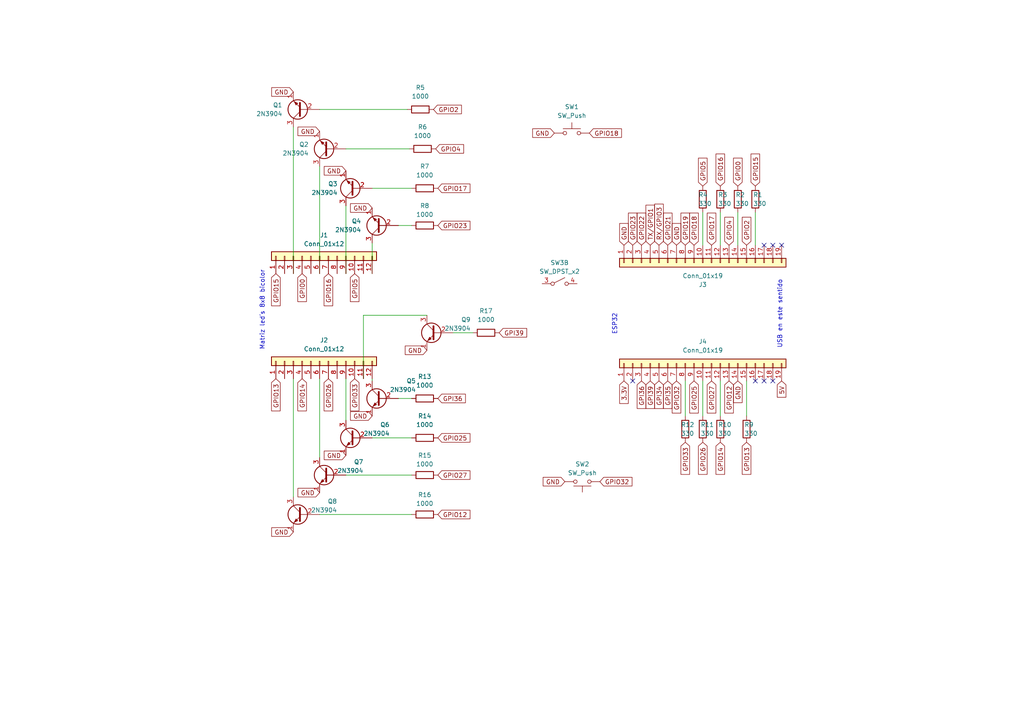
<source format=kicad_sch>
(kicad_sch (version 20231120) (generator "eeschema") (generator_version "8.0")
  (paper "A4")
  (lib_symbols
    (symbol "Connector_Generic:Conn_01x12" (pin_names (offset 1.016) hide)
      (property "Reference" "J" (at 0 15.24 0))
      (property "Value" "Conn_01x12" (at 0 -17.78 0))
      (symbol "Conn_01x12_1_1"
        (rectangle (start -1.27 -15.113) (end 0 -15.367) (stroke (width 0.1524)))
        (rectangle (start -1.27 -12.573) (end 0 -12.827) (stroke (width 0.1524)))
        (rectangle (start -1.27 -10.033) (end 0 -10.287) (stroke (width 0.1524)))
        (rectangle (start -1.27 -7.493) (end 0 -7.747) (stroke (width 0.1524)))
        (rectangle (start -1.27 -4.953) (end 0 -5.207) (stroke (width 0.1524)))
        (rectangle (start -1.27 -2.413) (end 0 -2.667) (stroke (width 0.1524)))
        (rectangle (start -1.27 0.127) (end 0 -0.127) (stroke (width 0.1524)))
        (rectangle (start -1.27 2.667) (end 0 2.413) (stroke (width 0.1524)))
        (rectangle (start -1.27 5.207) (end 0 4.953) (stroke (width 0.1524)))
        (rectangle (start -1.27 7.747) (end 0 7.493) (stroke (width 0.1524)))
        (rectangle (start -1.27 10.287) (end 0 10.033) (stroke (width 0.1524)))
        (rectangle (start -1.27 12.827) (end 0 12.573) (stroke (width 0.1524)))
        (rectangle (start -1.27 13.97) (end 1.27 -16.51) (stroke (width 0.254)) (fill (type background)))
        (pin passive line (at -5.08 12.7 0) (length 3.81) (name "Pin_1") (number "1"))
        (pin passive line (at -5.08 -10.16 0) (length 3.81) (name "Pin_10") (number "10"))
        (pin passive line (at -5.08 -12.7 0) (length 3.81) (name "Pin_11") (number "11"))
        (pin passive line (at -5.08 -15.24 0) (length 3.81) (name "Pin_12") (number "12"))
        (pin passive line (at -5.08 10.16 0) (length 3.81) (name "Pin_2") (number "2"))
        (pin passive line (at -5.08 7.62 0) (length 3.81) (name "Pin_3") (number "3"))
        (pin passive line (at -5.08 5.08 0) (length 3.81) (name "Pin_4") (number "4"))
        (pin passive line (at -5.08 2.54 0) (length 3.81) (name "Pin_5") (number "5"))
        (pin passive line (at -5.08 0 0) (length 3.81) (name "Pin_6") (number "6"))
        (pin passive line (at -5.08 -2.54 0) (length 3.81) (name "Pin_7") (number "7"))
        (pin passive line (at -5.08 -5.08 0) (length 3.81) (name "Pin_8") (number "8"))
        (pin passive line (at -5.08 -7.62 0) (length 3.81) (name "Pin_9") (number "9"))
      )
    )
    (symbol "Connector_Generic:Conn_01x19" (pin_names (offset 1.016) hide)
      (property "Reference" "J" (at 0 25.4 0))
      (property "Value" "Conn_01x19" (at 0 -25.4 0))
      (symbol "Conn_01x19_1_1"
        (rectangle (start -1.27 -22.733) (end 0 -22.987) (stroke (width 0.1524)))
        (rectangle (start -1.27 -20.193) (end 0 -20.447) (stroke (width 0.1524)))
        (rectangle (start -1.27 -17.653) (end 0 -17.907) (stroke (width 0.1524)))
        (rectangle (start -1.27 -15.113) (end 0 -15.367) (stroke (width 0.1524)))
        (rectangle (start -1.27 -12.573) (end 0 -12.827) (stroke (width 0.1524)))
        (rectangle (start -1.27 -10.033) (end 0 -10.287) (stroke (width 0.1524)))
        (rectangle (start -1.27 -7.493) (end 0 -7.747) (stroke (width 0.1524)))
        (rectangle (start -1.27 -4.953) (end 0 -5.207) (stroke (width 0.1524)))
        (rectangle (start -1.27 -2.413) (end 0 -2.667) (stroke (width 0.1524)))
        (rectangle (start -1.27 0.127) (end 0 -0.127) (stroke (width 0.1524)))
        (rectangle (start -1.27 2.667) (end 0 2.413) (stroke (width 0.1524)))
        (rectangle (start -1.27 5.207) (end 0 4.953) (stroke (width 0.1524)))
        (rectangle (start -1.27 7.747) (end 0 7.493) (stroke (width 0.1524)))
        (rectangle (start -1.27 10.287) (end 0 10.033) (stroke (width 0.1524)))
        (rectangle (start -1.27 12.827) (end 0 12.573) (stroke (width 0.1524)))
        (rectangle (start -1.27 15.367) (end 0 15.113) (stroke (width 0.1524)))
        (rectangle (start -1.27 17.907) (end 0 17.653) (stroke (width 0.1524)))
        (rectangle (start -1.27 20.447) (end 0 20.193) (stroke (width 0.1524)))
        (rectangle (start -1.27 22.987) (end 0 22.733) (stroke (width 0.1524)))
        (rectangle (start -1.27 24.13) (end 1.27 -24.13) (stroke (width 0.254)) (fill (type background)))
        (pin passive line (at -5.08 22.86 0) (length 3.81) (name "Pin_1") (number "1"))
        (pin passive line (at -5.08 0 0) (length 3.81) (name "Pin_10") (number "10"))
        (pin passive line (at -5.08 -2.54 0) (length 3.81) (name "Pin_11") (number "11"))
        (pin passive line (at -5.08 -5.08 0) (length 3.81) (name "Pin_12") (number "12"))
        (pin passive line (at -5.08 -7.62 0) (length 3.81) (name "Pin_13") (number "13"))
        (pin passive line (at -5.08 -10.16 0) (length 3.81) (name "Pin_14") (number "14"))
        (pin passive line (at -5.08 -12.7 0) (length 3.81) (name "Pin_15") (number "15"))
        (pin passive line (at -5.08 -15.24 0) (length 3.81) (name "Pin_16") (number "16"))
        (pin passive line (at -5.08 -17.78 0) (length 3.81) (name "Pin_17") (number "17"))
        (pin passive line (at -5.08 -20.32 0) (length 3.81) (name "Pin_18") (number "18"))
        (pin passive line (at -5.08 -22.86 0) (length 3.81) (name "Pin_19") (number "19"))
        (pin passive line (at -5.08 20.32 0) (length 3.81) (name "Pin_2") (number "2"))
        (pin passive line (at -5.08 17.78 0) (length 3.81) (name "Pin_3") (number "3"))
        (pin passive line (at -5.08 15.24 0) (length 3.81) (name "Pin_4") (number "4"))
        (pin passive line (at -5.08 12.7 0) (length 3.81) (name "Pin_5") (number "5"))
        (pin passive line (at -5.08 10.16 0) (length 3.81) (name "Pin_6") (number "6"))
        (pin passive line (at -5.08 7.62 0) (length 3.81) (name "Pin_7") (number "7"))
        (pin passive line (at -5.08 5.08 0) (length 3.81) (name "Pin_8") (number "8"))
        (pin passive line (at -5.08 2.54 0) (length 3.81) (name "Pin_9") (number "9"))
      )
    )
    (symbol "Device:R" (pin_numbers hide) (pin_names (offset 0))
      (property "Reference" "R" (at 2.032 0 90))
      (property "Value" "R" (at 0 0 90))
      (symbol "R_0_1"
        (rectangle (start -1.016 -2.54) (end 1.016 2.54) (stroke (width 0.254)))
      )
      (symbol "R_1_1"
        (pin passive line (at 0 3.81 270) (length 1.27) (name "~") (number "1"))
        (pin passive line (at 0 -3.81 90) (length 1.27) (name "~") (number "2"))
      )
    )
    (symbol "Switch:SW_DPST_x2" (pin_names (offset 0) hide)
      (property "Reference" "SW" (at 0 3.175 0))
      (property "Value" "SW_DPST_x2" (at 0 -2.54 0))
      (symbol "SW_DPST_x2_0_0"
        (circle (center -2.032 0) (radius 0.508))
        (polyline (pts (xy -1.524 0.254) (xy 1.524 1.778)))
        (circle (center 2.032 0) (radius 0.508))
      )
      (symbol "SW_DPST_x2_1_1"
        (pin passive line (at -5.08 0 0) (length 2.54) (name "A") (number "1"))
        (pin passive line (at 5.08 0 180) (length 2.54) (name "B") (number "2"))
      )
      (symbol "SW_DPST_x2_2_1"
        (pin passive line (at -5.08 0 0) (length 2.54) (name "A") (number "3"))
        (pin passive line (at 5.08 0 180) (length 2.54) (name "B") (number "4"))
      )
    )
    (symbol "Switch:SW_Push" (pin_numbers hide) (pin_names (offset 1.016) hide)
      (property "Reference" "SW" (at 1.27 2.54 0))
      (property "Value" "SW_Push" (at 0 -1.524 0))
      (symbol "SW_Push_0_1"
        (circle (center -2.032 0) (radius 0.508))
        (polyline (pts (xy 0 1.27) (xy 0 3.048)))
        (polyline (pts (xy 2.54 1.27) (xy -2.54 1.27)))
        (circle (center 2.032 0) (radius 0.508))
        (pin passive line (at -5.08 0 0) (length 2.54) (name "1") (number "1"))
        (pin passive line (at 5.08 0 180) (length 2.54) (name "2") (number "2"))
      )
    )
    (symbol "Transistor_BJT:2N3904" (pin_names (offset 0) hide)
      (property "Reference" "Q" (at 5.08 1.905 0))
      (property "Value" "2N3904" (at 5.08 0 0))
      (symbol "2N3904_0_1"
        (polyline (pts (xy 0.635 0.635) (xy 2.54 2.54)))
        (polyline (pts (xy 0.635 -0.635) (xy 2.54 -2.54) (xy 2.54 -2.54)))
        (polyline (pts (xy 0.635 1.905) (xy 0.635 -1.905) (xy 0.635 -1.905)) (stroke (width 0.508)))
        (polyline (pts (xy 1.27 -1.778) (xy 1.778 -1.27) (xy 2.286 -2.286) (xy 1.27 -1.778) (xy 1.27 -1.778)) (fill (type outline)))
        (circle (center 1.27 0) (radius 2.8194) (stroke (width 0.254)))
      )
      (symbol "2N3904_1_1"
        (pin passive line (at 2.54 -5.08 90) (length 2.54) (name "E") (number "1"))
        (pin passive line (at -5.08 0 0) (length 5.715) (name "B") (number "2"))
        (pin passive line (at 2.54 5.08 270) (length 2.54) (name "C") (number "3"))
      )
    )
  )
  (no_connect (at 226.695 71.12))
  (no_connect (at 224.155 71.12))
  (no_connect (at 224.155 110.49))
  (no_connect (at 183.515 110.49))
  (no_connect (at 221.615 110.49))
  (no_connect (at 221.615 71.12))
  (no_connect (at 219.075 110.49))
  (wire (pts (xy 92.71 149.225) (xy 119.38 149.225)))
  (wire (pts (xy 107.95 109.855) (xy 107.95 110.49)))
  (wire (pts (xy 208.915 110.49) (xy 208.915 120.65)))
  (wire (pts (xy 92.71 132.715) (xy 92.71 109.855)))
  (wire (pts (xy 92.71 48.26) (xy 92.71 79.375)))
  (wire (pts (xy 107.95 70.485) (xy 107.95 79.375)))
  (wire (pts (xy 198.755 110.49) (xy 198.755 120.65)))
  (wire (pts (xy 100.33 137.795) (xy 119.38 137.795)))
  (wire (pts (xy 203.835 110.49) (xy 203.835 120.65)))
  (wire (pts (xy 131.445 96.52) (xy 137.16 96.52)))
  (wire (pts (xy 203.835 61.595) (xy 203.835 71.12)))
  (wire (pts (xy 216.535 110.49) (xy 216.535 120.65)))
  (wire (pts (xy 100.33 59.69) (xy 100.33 79.375)))
  (wire (pts (xy 115.57 115.57) (xy 119.38 115.57)))
  (wire (pts (xy 213.995 61.595) (xy 213.995 71.12)))
  (wire (pts (xy 100.33 109.855) (xy 100.33 121.92)))
  (wire (pts (xy 123.825 91.44) (xy 105.41 91.44)))
  (wire (pts (xy 208.915 61.595) (xy 208.915 71.12)))
  (wire (pts (xy 85.09 109.855) (xy 85.09 144.145)))
  (wire (pts (xy 219.075 61.595) (xy 219.075 71.12)))
  (wire (pts (xy 115.57 65.405) (xy 119.38 65.405)))
  (wire (pts (xy 105.41 91.44) (xy 105.41 109.855)))
  (wire (pts (xy 107.95 54.61) (xy 119.38 54.61)))
  (wire (pts (xy 92.71 31.75) (xy 118.11 31.75)))
  (wire (pts (xy 100.33 43.18) (xy 118.745 43.18)))
  (wire (pts (xy 85.09 79.375) (xy 85.09 36.83)))
  (wire (pts (xy 107.95 127) (xy 119.38 127)))
  (text "USB en este sentido" (at 226.949 101.092 90) (effects (font (size 1.27 1.27)) (justify left bottom)))
  (text "ESP32" (at 179.07 97.155 90) (effects (font (size 1.27 1.27)) (justify left bottom)))
  (text "Matriz led´s 8x8 bicolor" (at 76.835 101.6 90) (effects (font (size 1.27 1.27)) (justify left bottom)))
  (global_label "GPIO15" (shape input) (at 80.01 79.375 270) (property "Intersheetrefs" "${INTERSHEET_REFS}" (effects (hide yes))))
  (global_label "GND" (shape input) (at 85.09 26.67 180) (property "Intersheetrefs" "${INTERSHEET_REFS}" (effects (hide yes))))
  (global_label "GND" (shape input) (at 100.33 49.53 180) (property "Intersheetrefs" "${INTERSHEET_REFS}" (effects (hide yes))))
  (global_label "GND" (shape input) (at 100.33 132.08 180) (property "Intersheetrefs" "${INTERSHEET_REFS}" (effects (hide yes))))
  (global_label "GPI35" (shape input) (at 193.675 110.49 270) (property "Intersheetrefs" "${INTERSHEET_REFS}" (effects (hide yes))))
  (global_label "GPIO32" (shape input) (at 173.99 139.7 0) (property "Intersheetrefs" "${INTERSHEET_REFS}" (effects (hide yes))))
  (global_label "GPIO14" (shape input) (at 87.63 109.855 270) (property "Intersheetrefs" "${INTERSHEET_REFS}" (effects (hide yes))))
  (global_label "5V" (shape input) (at 226.695 110.49 270) (property "Intersheetrefs" "${INTERSHEET_REFS}" (effects (hide yes))))
  (global_label "GPIO4" (shape input) (at 126.365 43.18 0) (property "Intersheetrefs" "${INTERSHEET_REFS}" (effects (hide yes))))
  (global_label "GND" (shape input) (at 107.95 60.325 180) (property "Intersheetrefs" "${INTERSHEET_REFS}" (effects (hide yes))))
  (global_label "GPI34" (shape input) (at 191.135 110.49 270) (property "Intersheetrefs" "${INTERSHEET_REFS}" (effects (hide yes))))
  (global_label "GPIO27" (shape input) (at 127 137.795 0) (property "Intersheetrefs" "${INTERSHEET_REFS}" (effects (hide yes))))
  (global_label "GPIO25" (shape input) (at 201.295 110.49 270) (property "Intersheetrefs" "${INTERSHEET_REFS}" (effects (hide yes))))
  (global_label "GPIO5" (shape input) (at 102.87 79.375 270) (property "Intersheetrefs" "${INTERSHEET_REFS}" (effects (hide yes))))
  (global_label "GPIO23" (shape input) (at 183.515 71.12 90) (property "Intersheetrefs" "${INTERSHEET_REFS}" (effects (hide yes))))
  (global_label "GPIO12" (shape input) (at 127 149.225 0) (property "Intersheetrefs" "${INTERSHEET_REFS}" (effects (hide yes))))
  (global_label "GPI39" (shape input) (at 144.78 96.52 0) (property "Intersheetrefs" "${INTERSHEET_REFS}" (effects (hide yes))))
  (global_label "RX{slash}GPIO3" (shape input) (at 191.135 71.12 90) (property "Intersheetrefs" "${INTERSHEET_REFS}" (effects (hide yes))))
  (global_label "GPIO21" (shape input) (at 193.675 71.12 90) (property "Intersheetrefs" "${INTERSHEET_REFS}" (effects (hide yes))))
  (global_label "GPIO16" (shape input) (at 208.915 53.975 90) (property "Intersheetrefs" "${INTERSHEET_REFS}" (effects (hide yes))))
  (global_label "GPIO17" (shape input) (at 206.375 71.12 90) (property "Intersheetrefs" "${INTERSHEET_REFS}" (effects (hide yes))))
  (global_label "GPIO26" (shape input) (at 203.835 128.27 270) (property "Intersheetrefs" "${INTERSHEET_REFS}" (effects (hide yes))))
  (global_label "GPIO16" (shape input) (at 95.25 79.375 270) (property "Intersheetrefs" "${INTERSHEET_REFS}" (effects (hide yes))))
  (global_label "GPIO25" (shape input) (at 127 127 0) (property "Intersheetrefs" "${INTERSHEET_REFS}" (effects (hide yes))))
  (global_label "GPIO14" (shape input) (at 208.915 128.27 270) (property "Intersheetrefs" "${INTERSHEET_REFS}" (effects (hide yes))))
  (global_label "GND" (shape input) (at 123.825 101.6 180) (property "Intersheetrefs" "${INTERSHEET_REFS}" (effects (hide yes))))
  (global_label "GPIO2" (shape input) (at 125.73 31.75 0) (property "Intersheetrefs" "${INTERSHEET_REFS}" (effects (hide yes))))
  (global_label "GPIO0" (shape input) (at 87.63 79.375 270) (property "Intersheetrefs" "${INTERSHEET_REFS}" (effects (hide yes))))
  (global_label "GPIO4" (shape input) (at 211.455 71.12 90) (property "Intersheetrefs" "${INTERSHEET_REFS}" (effects (hide yes))))
  (global_label "GND" (shape input) (at 107.95 120.65 180) (property "Intersheetrefs" "${INTERSHEET_REFS}" (effects (hide yes))))
  (global_label "GND" (shape input) (at 196.215 71.12 90) (property "Intersheetrefs" "${INTERSHEET_REFS}" (effects (hide yes))))
  (global_label "3.3V" (shape input) (at 180.975 110.49 270) (property "Intersheetrefs" "${INTERSHEET_REFS}" (effects (hide yes))))
  (global_label "GPIO18" (shape input) (at 170.942 38.608 0) (property "Intersheetrefs" "${INTERSHEET_REFS}" (effects (hide yes))))
  (global_label "GPI39" (shape input) (at 188.595 110.49 270) (property "Intersheetrefs" "${INTERSHEET_REFS}" (effects (hide yes))))
  (global_label "GND" (shape input) (at 92.71 38.1 180) (property "Intersheetrefs" "${INTERSHEET_REFS}" (effects (hide yes))))
  (global_label "GND" (shape input) (at 163.83 139.7 180) (property "Intersheetrefs" "${INTERSHEET_REFS}" (effects (hide yes))))
  (global_label "GPIO23" (shape input) (at 127 65.405 0) (property "Intersheetrefs" "${INTERSHEET_REFS}" (effects (hide yes))))
  (global_label "GPIO13" (shape input) (at 216.535 128.27 270) (property "Intersheetrefs" "${INTERSHEET_REFS}" (effects (hide yes))))
  (global_label "GPIO22" (shape input) (at 186.055 71.12 90) (property "Intersheetrefs" "${INTERSHEET_REFS}" (effects (hide yes))))
  (global_label "GPIO19" (shape input) (at 198.755 71.12 90) (property "Intersheetrefs" "${INTERSHEET_REFS}" (effects (hide yes))))
  (global_label "GND" (shape input) (at 92.71 142.875 180) (property "Intersheetrefs" "${INTERSHEET_REFS}" (effects (hide yes))))
  (global_label "GND" (shape input) (at 213.995 110.49 270) (property "Intersheetrefs" "${INTERSHEET_REFS}" (effects (hide yes))))
  (global_label "GPIO17" (shape input) (at 127 54.61 0) (property "Intersheetrefs" "${INTERSHEET_REFS}" (effects (hide yes))))
  (global_label "GPIO15" (shape input) (at 219.075 53.975 90) (property "Intersheetrefs" "${INTERSHEET_REFS}" (effects (hide yes))))
  (global_label "GPIO27" (shape input) (at 206.375 110.49 270) (property "Intersheetrefs" "${INTERSHEET_REFS}" (effects (hide yes))))
  (global_label "GPIO32" (shape input) (at 196.215 110.49 270) (property "Intersheetrefs" "${INTERSHEET_REFS}" (effects (hide yes))))
  (global_label "GPIO0" (shape input) (at 213.995 53.975 90) (property "Intersheetrefs" "${INTERSHEET_REFS}" (effects (hide yes))))
  (global_label "GPIO12" (shape input) (at 211.455 110.49 270) (property "Intersheetrefs" "${INTERSHEET_REFS}" (effects (hide yes))))
  (global_label "GPIO26" (shape input) (at 95.25 109.855 270) (property "Intersheetrefs" "${INTERSHEET_REFS}" (effects (hide yes))))
  (global_label "GPI36" (shape input) (at 186.055 110.49 270) (property "Intersheetrefs" "${INTERSHEET_REFS}" (effects (hide yes))))
  (global_label "GPIO33" (shape input) (at 102.87 109.855 270) (property "Intersheetrefs" "${INTERSHEET_REFS}" (effects (hide yes))))
  (global_label "GND" (shape input) (at 160.782 38.608 180) (property "Intersheetrefs" "${INTERSHEET_REFS}" (effects (hide yes))))
  (global_label "GPIO18" (shape input) (at 201.295 71.12 90) (property "Intersheetrefs" "${INTERSHEET_REFS}" (effects (hide yes))))
  (global_label "GPIO13" (shape input) (at 80.01 109.855 270) (property "Intersheetrefs" "${INTERSHEET_REFS}" (effects (hide yes))))
  (global_label "GPIO2" (shape input) (at 216.535 71.12 90) (property "Intersheetrefs" "${INTERSHEET_REFS}" (effects (hide yes))))
  (global_label "GND" (shape input) (at 180.975 71.12 90) (property "Intersheetrefs" "${INTERSHEET_REFS}" (effects (hide yes))))
  (global_label "GND" (shape input) (at 85.09 154.305 180) (property "Intersheetrefs" "${INTERSHEET_REFS}" (effects (hide yes))))
  (global_label "TX{slash}GPIO1" (shape input) (at 188.595 71.12 90) (property "Intersheetrefs" "${INTERSHEET_REFS}" (effects (hide yes))))
  (global_label "GPIO33" (shape input) (at 198.755 128.27 270) (property "Intersheetrefs" "${INTERSHEET_REFS}" (effects (hide yes))))
  (global_label "GPI36" (shape input) (at 127 115.57 0) (property "Intersheetrefs" "${INTERSHEET_REFS}" (effects (hide yes))))
  (global_label "GPIO5" (shape input) (at 203.835 53.975 90) (property "Intersheetrefs" "${INTERSHEET_REFS}" (effects (hide yes))))
  (symbol (lib_id "Transistor_BJT:2N3904") (at 102.87 127 0) (mirror y) (unit 1)
    (property "Reference" "Q6" (at 113.03 123.19 0) (effects (justify left)))
    (property "Value" "2N3904" (at 113.03 125.73 0) (effects (justify left)))
    (property "Footprint" "Package_TO_SOT_THT:TO-92_Inline" (effects (hide yes)))
    (property "Datasheet" "https://www.onsemi.com/pub/Collateral/2N3903-D.PDF" (effects (hide yes)))
  )
  (symbol (lib_id "Transistor_BJT:2N3904") (at 102.87 54.61 180) (unit 1)
    (property "Reference" "Q3" (at 97.917 53.34 0) (effects (justify left)))
    (property "Value" "2N3904" (at 97.917 55.88 0) (effects (justify left)))
    (property "Footprint" "Package_TO_SOT_THT:TO-92_Inline" (effects (hide yes)))
    (property "Datasheet" "https://www.onsemi.com/pub/Collateral/2N3903-D.PDF" (effects (hide yes)))
  )
  (symbol (lib_id "Transistor_BJT:2N3904") (at 87.63 31.75 180) (unit 1)
    (property "Reference" "Q1" (at 81.915 30.48 0) (effects (justify left)))
    (property "Value" "2N3904" (at 81.915 33.02 0) (effects (justify left)))
    (property "Footprint" "Package_TO_SOT_THT:TO-92_Inline" (effects (hide yes)))
    (property "Datasheet" "https://www.onsemi.com/pub/Collateral/2N3903-D.PDF" (effects (hide yes)))
  )
  (symbol (lib_id "Switch:SW_Push") (at 168.91 139.7 180) (unit 1)
    (property "Reference" "SW2" (at 168.91 134.62 0))
    (property "Value" "SW_Push" (at 168.91 137.16 0))
    (property "Footprint" "Button_Switch_THT:SW_DIP_SPSTx01_Piano_10.8x4.1mm_W7.62mm_P2.54mm" (effects (hide yes)))
  )
  (symbol (lib_id "Device:R") (at 208.915 57.785 0) (unit 1)
    (property "Reference" "R3" (at 208.28 56.515 0) (effects (justify left)))
    (property "Value" "330" (at 208.28 59.055 0) (effects (justify left)))
    (property "Footprint" "Resistor_THT:R_Axial_DIN0309_L9.0mm_D3.2mm_P2.54mm_Vertical" (effects (hide yes)))
  )
  (symbol (lib_id "Transistor_BJT:2N3904") (at 126.365 96.52 0) (mirror y) (unit 1)
    (property "Reference" "Q9" (at 136.525 92.71 0) (effects (justify left)))
    (property "Value" "2N3904" (at 136.525 95.25 0) (effects (justify left)))
    (property "Footprint" "Package_TO_SOT_THT:TO-92_Inline" (effects (hide yes)))
    (property "Datasheet" "https://www.onsemi.com/pub/Collateral/2N3903-D.PDF" (effects (hide yes)))
  )
  (symbol (lib_id "Transistor_BJT:2N3904") (at 95.25 43.18 180) (unit 1)
    (property "Reference" "Q2" (at 89.535 41.91 0) (effects (justify left)))
    (property "Value" "2N3904" (at 89.535 44.45 0) (effects (justify left)))
    (property "Footprint" "Package_TO_SOT_THT:TO-92_Inline" (effects (hide yes)))
    (property "Datasheet" "https://www.onsemi.com/pub/Collateral/2N3903-D.PDF" (effects (hide yes)))
  )
  (symbol (lib_id "Transistor_BJT:2N3904") (at 95.25 137.795 0) (mirror y) (unit 1)
    (property "Reference" "Q7" (at 105.41 133.985 0) (effects (justify left)))
    (property "Value" "2N3904" (at 105.41 136.525 0) (effects (justify left)))
    (property "Footprint" "Package_TO_SOT_THT:TO-92_Inline" (effects (hide yes)))
    (property "Datasheet" "https://www.onsemi.com/pub/Collateral/2N3903-D.PDF" (effects (hide yes)))
  )
  (symbol (lib_id "Device:R") (at 123.19 54.61 270) (unit 1)
    (property "Reference" "R7" (at 123.19 48.26 90))
    (property "Value" "1000" (at 123.19 50.8 90))
    (property "Footprint" "Resistor_THT:R_Axial_DIN0309_L9.0mm_D3.2mm_P2.54mm_Vertical" (effects (hide yes)))
  )
  (symbol (lib_id "Connector_Generic:Conn_01x12") (at 92.71 104.775 90) (unit 1)
    (property "Reference" "J2" (at 93.98 98.679 90))
    (property "Value" "Conn_01x12" (at 93.98 101.219 90))
    (property "Footprint" "Connector_PinSocket_2.54mm:PinSocket_1x12_P2.54mm_Vertical" (effects (hide yes)))
  )
  (symbol (lib_id "Device:R") (at 123.19 137.795 270) (unit 1)
    (property "Reference" "R15" (at 123.19 132.08 90))
    (property "Value" "1000" (at 123.19 134.62 90))
    (property "Footprint" "Resistor_THT:R_Axial_DIN0309_L9.0mm_D3.2mm_P2.54mm_Vertical" (effects (hide yes)))
  )
  (symbol (lib_id "Device:R") (at 203.835 57.785 0) (unit 1)
    (property "Reference" "R4" (at 202.565 56.515 0) (effects (justify left)))
    (property "Value" "330" (at 202.565 59.055 0) (effects (justify left)))
    (property "Footprint" "Resistor_THT:R_Axial_DIN0309_L9.0mm_D3.2mm_P2.54mm_Vertical" (effects (hide yes)))
  )
  (symbol (lib_id "Device:R") (at 140.97 96.52 270) (unit 1)
    (property "Reference" "R17" (at 140.97 90.17 90))
    (property "Value" "1000" (at 140.97 92.71 90))
    (property "Footprint" "Resistor_THT:R_Axial_DIN0204_L3.6mm_D1.6mm_P5.08mm_Horizontal" (effects (hide yes)))
  )
  (symbol (lib_id "Device:R") (at 216.535 124.46 0) (unit 1)
    (property "Reference" "R9" (at 215.9 123.19 0) (effects (justify left)))
    (property "Value" "330" (at 215.9 125.73 0) (effects (justify left)))
    (property "Footprint" "Resistor_THT:R_Axial_DIN0309_L9.0mm_D3.2mm_P2.54mm_Vertical" (effects (hide yes)))
  )
  (symbol (lib_id "Connector_Generic:Conn_01x19") (at 203.835 105.41 90) (unit 1)
    (property "Reference" "J4" (at 203.835 99.06 90))
    (property "Value" "Conn_01x19" (at 203.835 101.6 90))
    (property "Footprint" "Connector_PinSocket_2.54mm:PinSocket_1x19_P2.54mm_Vertical" (effects (hide yes)))
  )
  (symbol (lib_id "Connector_Generic:Conn_01x19") (at 203.835 76.2 90) (mirror x) (unit 1)
    (property "Reference" "J3" (at 203.835 82.55 90))
    (property "Value" "Conn_01x19" (at 203.835 80.01 90))
    (property "Footprint" "Connector_PinSocket_2.54mm:PinSocket_1x19_P2.54mm_Vertical" (effects (hide yes)))
  )
  (symbol (lib_id "Device:R") (at 122.555 43.18 270) (unit 1)
    (property "Reference" "R6" (at 122.555 36.83 90))
    (property "Value" "1000" (at 122.555 39.37 90))
    (property "Footprint" "Resistor_THT:R_Axial_DIN0309_L9.0mm_D3.2mm_P2.54mm_Vertical" (effects (hide yes)))
  )
  (symbol (lib_id "Device:R") (at 123.19 149.225 270) (unit 1)
    (property "Reference" "R16" (at 123.19 143.51 90))
    (property "Value" "1000" (at 123.19 146.05 90))
    (property "Footprint" "Resistor_THT:R_Axial_DIN0309_L9.0mm_D3.2mm_P2.54mm_Vertical" (effects (hide yes)))
  )
  (symbol (lib_id "Connector_Generic:Conn_01x12") (at 92.71 74.295 90) (unit 1)
    (property "Reference" "J1" (at 93.98 68.199 90))
    (property "Value" "Conn_01x12" (at 93.98 70.739 90))
    (property "Footprint" "Connector_PinSocket_2.54mm:PinSocket_1x12_P2.54mm_Vertical" (effects (hide yes)))
  )
  (symbol (lib_id "Device:R") (at 203.835 124.46 0) (unit 1)
    (property "Reference" "R11" (at 203.2 123.19 0) (effects (justify left)))
    (property "Value" "330" (at 203.2 125.73 0) (effects (justify left)))
    (property "Footprint" "Resistor_THT:R_Axial_DIN0309_L9.0mm_D3.2mm_P2.54mm_Vertical" (effects (hide yes)))
  )
  (symbol (lib_id "Device:R") (at 123.19 127 270) (unit 1)
    (property "Reference" "R14" (at 123.19 120.65 90))
    (property "Value" "1000" (at 123.19 123.19 90))
    (property "Footprint" "Resistor_THT:R_Axial_DIN0309_L9.0mm_D3.2mm_P2.54mm_Vertical" (effects (hide yes)))
  )
  (symbol (lib_id "Device:R") (at 123.19 115.57 270) (unit 1)
    (property "Reference" "R13" (at 123.19 109.22 90))
    (property "Value" "1000" (at 123.19 111.76 90))
    (property "Footprint" "Resistor_THT:R_Axial_DIN0204_L3.6mm_D1.6mm_P5.08mm_Horizontal" (effects (hide yes)))
  )
  (symbol (lib_id "Device:R") (at 198.755 124.46 0) (unit 1)
    (property "Reference" "R12" (at 197.485 123.19 0) (effects (justify left)))
    (property "Value" "330" (at 197.485 125.73 0) (effects (justify left)))
    (property "Footprint" "Resistor_THT:R_Axial_DIN0309_L9.0mm_D3.2mm_P2.54mm_Vertical" (effects (hide yes)))
  )
  (symbol (lib_id "Device:R") (at 213.995 57.785 0) (unit 1)
    (property "Reference" "R2" (at 213.36 56.515 0) (effects (justify left)))
    (property "Value" "330" (at 213.36 59.055 0) (effects (justify left)))
    (property "Footprint" "Resistor_THT:R_Axial_DIN0309_L9.0mm_D3.2mm_P2.54mm_Vertical" (effects (hide yes)))
  )
  (symbol (lib_id "Device:R") (at 123.19 65.405 270) (unit 1)
    (property "Reference" "R8" (at 123.19 59.69 90))
    (property "Value" "1000" (at 123.19 62.23 90))
    (property "Footprint" "Resistor_THT:R_Axial_DIN0204_L3.6mm_D1.6mm_P5.08mm_Horizontal" (effects (hide yes)))
  )
  (symbol (lib_id "Transistor_BJT:2N3904") (at 110.49 65.405 180) (unit 1)
    (property "Reference" "Q4" (at 104.775 64.135 0) (effects (justify left)))
    (property "Value" "2N3904" (at 104.775 66.675 0) (effects (justify left)))
    (property "Footprint" "Package_TO_SOT_THT:TO-92_Inline" (effects (hide yes)))
    (property "Datasheet" "https://www.onsemi.com/pub/Collateral/2N3903-D.PDF" (effects (hide yes)))
  )
  (symbol (lib_id "Transistor_BJT:2N3904") (at 110.49 115.57 0) (mirror y) (unit 1)
    (property "Reference" "Q5" (at 120.65 110.49 0) (effects (justify left)))
    (property "Value" "2N3904" (at 120.65 113.03 0) (effects (justify left)))
    (property "Footprint" "Package_TO_SOT_THT:TO-92_Inline" (effects (hide yes)))
    (property "Datasheet" "https://www.onsemi.com/pub/Collateral/2N3903-D.PDF" (effects (hide yes)))
  )
  (symbol (lib_id "Switch:SW_Push") (at 165.862 38.608 0) (unit 1)
    (property "Reference" "SW1" (at 165.862 30.988 0))
    (property "Value" "SW_Push" (at 165.862 33.528 0))
    (property "Footprint" "Button_Switch_THT:SW_DIP_SPSTx01_Piano_10.8x4.1mm_W7.62mm_P2.54mm" (effects (hide yes)))
  )
  (symbol (lib_id "Device:R") (at 121.92 31.75 270) (unit 1)
    (property "Reference" "R5" (at 121.92 25.4 90))
    (property "Value" "1000" (at 121.92 27.94 90))
    (property "Footprint" "Resistor_THT:R_Axial_DIN0309_L9.0mm_D3.2mm_P2.54mm_Vertical" (effects (hide yes)))
  )
  (symbol (lib_id "Transistor_BJT:2N3904") (at 87.63 149.225 0) (mirror y) (unit 1)
    (property "Reference" "Q8" (at 97.79 145.415 0) (effects (justify left)))
    (property "Value" "2N3904" (at 97.79 147.955 0) (effects (justify left)))
    (property "Footprint" "Package_TO_SOT_THT:TO-92_Inline" (effects (hide yes)))
    (property "Datasheet" "https://www.onsemi.com/pub/Collateral/2N3903-D.PDF" (effects (hide yes)))
  )
  (symbol (lib_id "Device:R") (at 208.915 124.46 0) (unit 1)
    (property "Reference" "R10" (at 208.28 123.19 0) (effects (justify left)))
    (property "Value" "330" (at 208.28 125.73 0) (effects (justify left)))
    (property "Footprint" "Resistor_THT:R_Axial_DIN0309_L9.0mm_D3.2mm_P2.54mm_Vertical" (effects (hide yes)))
  )
  (symbol (lib_id "Device:R") (at 219.075 57.785 0) (unit 1)
    (property "Reference" "R1" (at 218.44 56.515 0) (effects (justify left)))
    (property "Value" "330" (at 218.44 59.055 0) (effects (justify left)))
    (property "Footprint" "Resistor_THT:R_Axial_DIN0309_L9.0mm_D3.2mm_P2.54mm_Vertical" (effects (hide yes)))
  )
  (symbol (lib_id "Switch:SW_DPST_x2") (at 162.306 82.296 0) (unit 2)
    (property "Reference" "SW3" (at 162.306 76.2 0))
    (property "Value" "SW_DPST_x2" (at 162.306 78.74 0))
    (property "Footprint" "Button_Switch_THT:SW_E-Switch_EG1224_SPDT_Angled" (effects (hide yes)))
    (property "Description" "Single Pole Single Throw (SPST) switch, separate symbol" (effects (hide yes)))
  )
)
</source>
